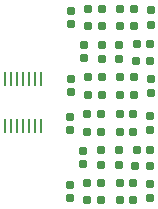
<source format=gbr>
%TF.GenerationSoftware,KiCad,Pcbnew,(7.0.0)*%
%TF.CreationDate,2023-05-27T11:23:17+01:00*%
%TF.ProjectId,FF_Filter_PCB,46465f46-696c-4746-9572-5f5043422e6b,rev?*%
%TF.SameCoordinates,Original*%
%TF.FileFunction,Paste,Bot*%
%TF.FilePolarity,Positive*%
%FSLAX46Y46*%
G04 Gerber Fmt 4.6, Leading zero omitted, Abs format (unit mm)*
G04 Created by KiCad (PCBNEW (7.0.0)) date 2023-05-27 11:23:17*
%MOMM*%
%LPD*%
G01*
G04 APERTURE LIST*
G04 Aperture macros list*
%AMRoundRect*
0 Rectangle with rounded corners*
0 $1 Rounding radius*
0 $2 $3 $4 $5 $6 $7 $8 $9 X,Y pos of 4 corners*
0 Add a 4 corners polygon primitive as box body*
4,1,4,$2,$3,$4,$5,$6,$7,$8,$9,$2,$3,0*
0 Add four circle primitives for the rounded corners*
1,1,$1+$1,$2,$3*
1,1,$1+$1,$4,$5*
1,1,$1+$1,$6,$7*
1,1,$1+$1,$8,$9*
0 Add four rect primitives between the rounded corners*
20,1,$1+$1,$2,$3,$4,$5,0*
20,1,$1+$1,$4,$5,$6,$7,0*
20,1,$1+$1,$6,$7,$8,$9,0*
20,1,$1+$1,$8,$9,$2,$3,0*%
G04 Aperture macros list end*
%ADD10RoundRect,0.160000X-0.197500X-0.160000X0.197500X-0.160000X0.197500X0.160000X-0.197500X0.160000X0*%
%ADD11RoundRect,0.155000X0.212500X0.155000X-0.212500X0.155000X-0.212500X-0.155000X0.212500X-0.155000X0*%
%ADD12RoundRect,0.155000X0.155000X-0.212500X0.155000X0.212500X-0.155000X0.212500X-0.155000X-0.212500X0*%
%ADD13RoundRect,0.160000X0.160000X-0.197500X0.160000X0.197500X-0.160000X0.197500X-0.160000X-0.197500X0*%
%ADD14RoundRect,0.155000X-0.212500X-0.155000X0.212500X-0.155000X0.212500X0.155000X-0.212500X0.155000X0*%
%ADD15RoundRect,0.160000X0.197500X0.160000X-0.197500X0.160000X-0.197500X-0.160000X0.197500X-0.160000X0*%
%ADD16RoundRect,0.160000X-0.160000X0.197500X-0.160000X-0.197500X0.160000X-0.197500X0.160000X0.197500X0*%
%ADD17RoundRect,0.155000X-0.155000X0.212500X-0.155000X-0.212500X0.155000X-0.212500X0.155000X0.212500X0*%
%ADD18R,0.280000X1.200000*%
G04 APERTURE END LIST*
D10*
%TO.C,R18*%
X78558500Y-54201000D03*
X79753500Y-54201000D03*
%TD*%
D11*
%TO.C,C3*%
X82427500Y-57385000D03*
X81292500Y-57385000D03*
%TD*%
D12*
%TO.C,C6*%
X77110000Y-62970000D03*
X77110000Y-61835000D03*
%TD*%
D13*
%TO.C,R4*%
X81210000Y-60130000D03*
X81210000Y-58935000D03*
%TD*%
D14*
%TO.C,C12*%
X82748500Y-49948500D03*
X83883500Y-49948500D03*
%TD*%
%TO.C,C1*%
X81292500Y-55885000D03*
X82427500Y-55885000D03*
%TD*%
D15*
%TO.C,R5*%
X83807500Y-60282500D03*
X82612500Y-60282500D03*
%TD*%
D11*
%TO.C,C7*%
X82427500Y-63152500D03*
X81292500Y-63152500D03*
%TD*%
D15*
%TO.C,R14*%
X83853500Y-51331000D03*
X82658500Y-51331000D03*
%TD*%
D12*
%TO.C,C16*%
X78256000Y-51151000D03*
X78256000Y-50016000D03*
%TD*%
D16*
%TO.C,R16*%
X79756000Y-49986000D03*
X79756000Y-51181000D03*
%TD*%
D10*
%TO.C,R9*%
X78512500Y-63152500D03*
X79707500Y-63152500D03*
%TD*%
D12*
%TO.C,C10*%
X77156000Y-48251000D03*
X77156000Y-47116000D03*
%TD*%
D15*
%TO.C,R1*%
X79707500Y-55885000D03*
X78512500Y-55885000D03*
%TD*%
D11*
%TO.C,C11*%
X82473500Y-48433500D03*
X81338500Y-48433500D03*
%TD*%
D12*
%TO.C,C2*%
X77110000Y-57202500D03*
X77110000Y-56067500D03*
%TD*%
%TO.C,C8*%
X78210000Y-60102500D03*
X78210000Y-58967500D03*
%TD*%
D10*
%TO.C,R12*%
X78558500Y-48433500D03*
X79753500Y-48433500D03*
%TD*%
D13*
%TO.C,R17*%
X83906000Y-54048500D03*
X83906000Y-52853500D03*
%TD*%
D14*
%TO.C,C4*%
X82702500Y-58900000D03*
X83837500Y-58900000D03*
%TD*%
D11*
%TO.C,C15*%
X82473500Y-54201000D03*
X81338500Y-54201000D03*
%TD*%
D13*
%TO.C,R2*%
X83860000Y-57232500D03*
X83860000Y-56037500D03*
%TD*%
D17*
%TO.C,C14*%
X77156000Y-52883500D03*
X77156000Y-54018500D03*
%TD*%
D16*
%TO.C,R7*%
X79710000Y-58937500D03*
X79710000Y-60132500D03*
%TD*%
D13*
%TO.C,R11*%
X83906000Y-48281000D03*
X83906000Y-47086000D03*
%TD*%
D15*
%TO.C,R10*%
X79753500Y-46933500D03*
X78558500Y-46933500D03*
%TD*%
D14*
%TO.C,C13*%
X81338500Y-52701000D03*
X82473500Y-52701000D03*
%TD*%
D13*
%TO.C,R13*%
X81256000Y-51178500D03*
X81256000Y-49983500D03*
%TD*%
%TO.C,R8*%
X83860000Y-63000000D03*
X83860000Y-61805000D03*
%TD*%
D10*
%TO.C,R3*%
X78512500Y-57385000D03*
X79707500Y-57385000D03*
%TD*%
D18*
%TO.C,J1*%
X74602737Y-56899999D03*
X74602737Y-52899999D03*
X74102737Y-56899999D03*
X74102737Y-52899999D03*
X73602737Y-56899999D03*
X73602737Y-52899999D03*
X73102737Y-56899999D03*
X73102737Y-52899999D03*
X72602737Y-56899999D03*
X72602737Y-52899999D03*
X72102737Y-56899999D03*
X72102737Y-52899999D03*
X71602737Y-56899999D03*
X71602737Y-52899999D03*
%TD*%
D14*
%TO.C,C9*%
X81338500Y-46933500D03*
X82473500Y-46933500D03*
%TD*%
%TO.C,C5*%
X81292500Y-61652500D03*
X82427500Y-61652500D03*
%TD*%
D15*
%TO.C,R15*%
X79753500Y-52701000D03*
X78558500Y-52701000D03*
%TD*%
%TO.C,R6*%
X79707500Y-61652500D03*
X78512500Y-61652500D03*
%TD*%
M02*

</source>
